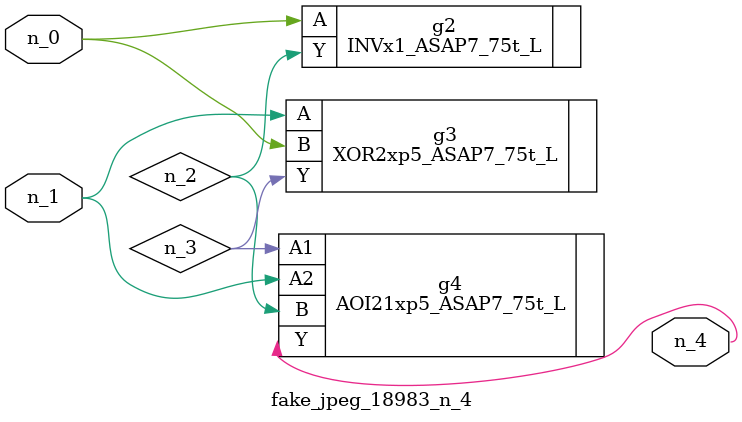
<source format=v>
module fake_jpeg_18983_n_4 (n_0, n_1, n_4);

input n_0;
input n_1;

output n_4;

wire n_3;
wire n_2;

INVx1_ASAP7_75t_L g2 ( 
.A(n_0),
.Y(n_2)
);

XOR2xp5_ASAP7_75t_L g3 ( 
.A(n_1),
.B(n_0),
.Y(n_3)
);

AOI21xp5_ASAP7_75t_L g4 ( 
.A1(n_3),
.A2(n_1),
.B(n_2),
.Y(n_4)
);


endmodule
</source>
